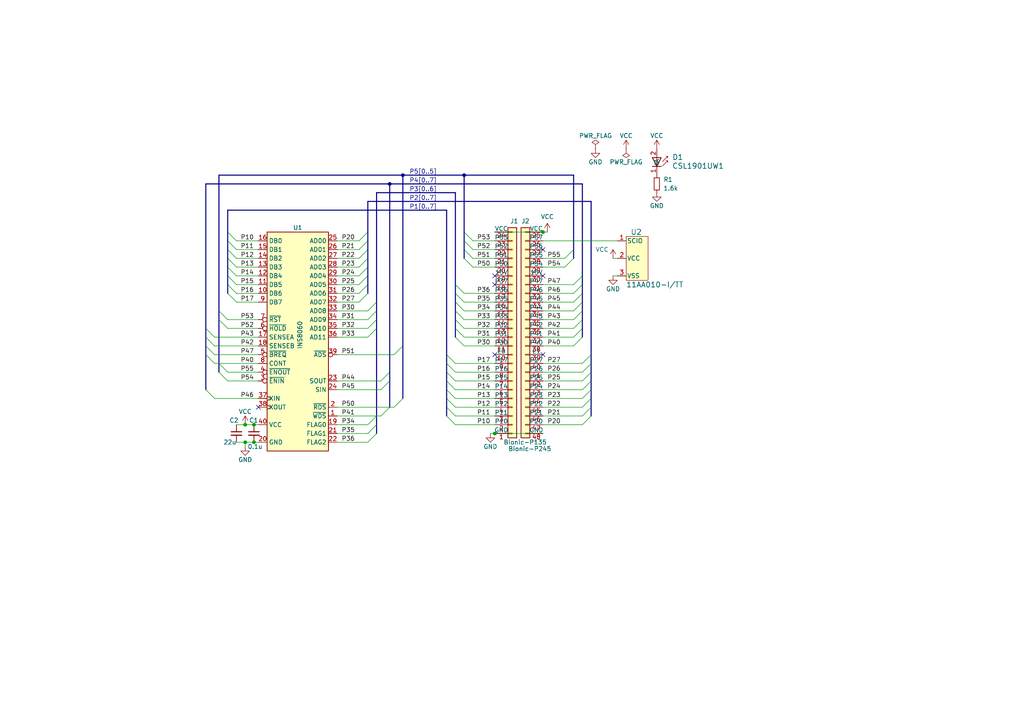
<source format=kicad_sch>
(kicad_sch (version 20230121) (generator eeschema)
  (paper "A4")
  (title_block (title "BionicINS8060") (date "2024-11-01") (rev "6") (company "Tadashi G. Takaoka"))
  (lib_symbols
    (symbol "0-LocalLibrary:11AA010-I_TT" (pin_names (offset 0.254))
      (property "Reference" "U" (at 2.54 1.27 0))
      (property "Value" "11AA010-I/TT" (at 3.81 -13.97 0))
      (symbol "11AA010-I_TT_1_1"
        (rectangle (start 0 0) (end 6.35 -12.7) (fill (type background)))
        (pin bidirectional line (at -2.54 -1.27 0) (length 2.54) (name "SCIO") (number "1"))
        (pin power_in line (at -2.54 -6.35 0) (length 2.54) (name "VCC") (number "2"))
        (pin power_in line (at -2.54 -11.43 0) (length 2.54) (name "VSS") (number "3"))
      )
    )
    (symbol "0-LocalLibrary:Bionic-P135" (pin_names (offset 0))
      (property "Reference" "J" (at 0 30.48 0))
      (property "Value" "Bionic-P135" (at -1.27 -33.02 0))
      (symbol "Bionic-P135_1_1"
        (rectangle (start 0 -30.353) (end -1.27 -30.607) (stroke (width 0.1524)))
        (rectangle (start 0 -27.813) (end -1.27 -28.067) (stroke (width 0.1524)))
        (rectangle (start 0 -25.273) (end -1.27 -25.527) (stroke (width 0.1524)))
        (rectangle (start 0 -22.733) (end -1.27 -22.987) (stroke (width 0.1524)))
        (rectangle (start 0 -20.193) (end -1.27 -20.447) (stroke (width 0.1524)))
        (rectangle (start 0 -17.653) (end -1.27 -17.907) (stroke (width 0.1524)))
        (rectangle (start 0 -15.113) (end -1.27 -15.367) (stroke (width 0.1524)))
        (rectangle (start 0 -12.573) (end -1.27 -12.827) (stroke (width 0.1524)))
        (rectangle (start 0 -10.033) (end -1.27 -10.287) (stroke (width 0.1524)))
        (rectangle (start 0 -7.493) (end -1.27 -7.747) (stroke (width 0.1524)))
        (rectangle (start 0 -4.953) (end -1.27 -5.207) (stroke (width 0.1524)))
        (rectangle (start 0 -2.413) (end -1.27 -2.667) (stroke (width 0.1524)))
        (rectangle (start 0 0.127) (end -1.27 -0.127) (stroke (width 0.1524)))
        (rectangle (start 0 2.667) (end -1.27 2.413) (stroke (width 0.1524)))
        (rectangle (start 0 5.207) (end -1.27 4.953) (stroke (width 0.1524)))
        (rectangle (start 0 7.747) (end -1.27 7.493) (stroke (width 0.1524)))
        (rectangle (start 0 10.287) (end -1.27 10.033) (stroke (width 0.1524)))
        (rectangle (start 0 12.827) (end -1.27 12.573) (stroke (width 0.1524)))
        (rectangle (start 0 15.367) (end -1.27 15.113) (stroke (width 0.1524)))
        (rectangle (start 0 17.907) (end -1.27 17.653) (stroke (width 0.1524)))
        (rectangle (start 0 20.447) (end -1.27 20.193) (stroke (width 0.1524)))
        (rectangle (start 0 22.987) (end -1.27 22.733) (stroke (width 0.1524)))
        (rectangle (start 0 25.527) (end -1.27 25.273) (stroke (width 0.1524)))
        (rectangle (start 0 28.067) (end -1.27 27.813) (stroke (width 0.1524)))
        (rectangle (start 1.27 29.21) (end -1.27 -31.75) (stroke (width 0.254)) (fill (type background)))
        (pin power_in line (at -5.08 -30.48 0) (length 3.81) (name "GND") (number "1"))
        (pin bidirectional line (at -5.08 -7.62 0) (length 3.81) (name "E0") (number "10"))
        (pin bidirectional line (at -5.08 -5.08 0) (length 3.81) (name "P30") (number "11"))
        (pin bidirectional line (at -5.08 -2.54 0) (length 3.81) (name "P31") (number "12"))
        (pin bidirectional line (at -5.08 0 0) (length 3.81) (name "P32") (number "13"))
        (pin bidirectional line (at -5.08 2.54 0) (length 3.81) (name "P33") (number "14"))
        (pin bidirectional line (at -5.08 5.08 0) (length 3.81) (name "P34") (number "15"))
        (pin bidirectional line (at -5.08 7.62 0) (length 3.81) (name "P35") (number "16"))
        (pin bidirectional line (at -5.08 10.16 0) (length 3.81) (name "P36") (number "17"))
        (pin bidirectional line (at -5.08 12.7 0) (length 3.81) (name "P37") (number "18"))
        (pin power_in line (at -5.08 15.24 0) (length 3.81) (name "15V") (number "19"))
        (pin bidirectional line (at -5.08 -27.94 0) (length 3.81) (name "P10") (number "2"))
        (pin bidirectional line (at -5.08 17.78 0) (length 3.81) (name "P50") (number "20"))
        (pin bidirectional line (at -5.08 20.32 0) (length 3.81) (name "P51") (number "21"))
        (pin bidirectional line (at -5.08 22.86 0) (length 3.81) (name "P52") (number "22"))
        (pin bidirectional line (at -5.08 25.4 0) (length 3.81) (name "P53") (number "23"))
        (pin power_in line (at -5.08 27.94 0) (length 3.81) (name "VCC") (number "24"))
        (pin bidirectional line (at -5.08 -25.4 0) (length 3.81) (name "P11") (number "3"))
        (pin bidirectional line (at -5.08 -22.86 0) (length 3.81) (name "P12") (number "4"))
        (pin bidirectional line (at -5.08 -20.32 0) (length 3.81) (name "P13") (number "5"))
        (pin bidirectional line (at -5.08 -17.78 0) (length 3.81) (name "P14") (number "6"))
        (pin bidirectional line (at -5.08 -15.24 0) (length 3.81) (name "P15") (number "7"))
        (pin bidirectional line (at -5.08 -12.7 0) (length 3.81) (name "P16") (number "8"))
        (pin bidirectional line (at -5.08 -10.16 0) (length 3.81) (name "P17") (number "9"))
      )
    )
    (symbol "0-LocalLibrary:Bionic-P245" (pin_names (offset 0))
      (property "Reference" "J" (at -3.81 30.48 0))
      (property "Value" "Bionic-P245" (at -1.27 -33.02 0))
      (symbol "Bionic-P245_1_1"
        (rectangle (start -2.54 -30.607) (end -3.81 -30.353) (stroke (width 0.1524)))
        (rectangle (start -2.54 -28.067) (end -3.81 -27.813) (stroke (width 0.1524)))
        (rectangle (start -2.54 -25.527) (end -3.81 -25.273) (stroke (width 0.1524)))
        (rectangle (start -2.54 -22.987) (end -3.81 -22.733) (stroke (width 0.1524)))
        (rectangle (start -2.54 -20.447) (end -3.81 -20.193) (stroke (width 0.1524)))
        (rectangle (start -2.54 -17.907) (end -3.81 -17.653) (stroke (width 0.1524)))
        (rectangle (start -2.54 -15.367) (end -3.81 -15.113) (stroke (width 0.1524)))
        (rectangle (start -2.54 -12.827) (end -3.81 -12.573) (stroke (width 0.1524)))
        (rectangle (start -2.54 -10.287) (end -3.81 -10.033) (stroke (width 0.1524)))
        (rectangle (start -2.54 -7.747) (end -3.81 -7.493) (stroke (width 0.1524)))
        (rectangle (start -2.54 -5.207) (end -3.81 -4.953) (stroke (width 0.1524)))
        (rectangle (start -2.54 -2.667) (end -3.81 -2.413) (stroke (width 0.1524)))
        (rectangle (start -2.54 -0.127) (end -3.81 0.127) (stroke (width 0.1524)))
        (rectangle (start -2.54 2.413) (end -3.81 2.667) (stroke (width 0.1524)))
        (rectangle (start -2.54 4.953) (end -3.81 5.207) (stroke (width 0.1524)))
        (rectangle (start -2.54 7.493) (end -3.81 7.747) (stroke (width 0.1524)))
        (rectangle (start -2.54 10.033) (end -3.81 10.287) (stroke (width 0.1524)))
        (rectangle (start -2.54 12.573) (end -3.81 12.827) (stroke (width 0.1524)))
        (rectangle (start -2.54 15.113) (end -3.81 15.367) (stroke (width 0.1524)))
        (rectangle (start -2.54 17.653) (end -3.81 17.907) (stroke (width 0.1524)))
        (rectangle (start -2.54 20.193) (end -3.81 20.447) (stroke (width 0.1524)))
        (rectangle (start -2.54 22.733) (end -3.81 22.987) (stroke (width 0.1524)))
        (rectangle (start -2.54 25.273) (end -3.81 25.527) (stroke (width 0.1524)))
        (rectangle (start -2.54 27.813) (end -3.81 28.067) (stroke (width 0.1524)))
        (rectangle (start -2.54 29.21) (end -5.08 -31.75) (stroke (width 0.254)) (fill (type background)))
        (pin power_in line (at 1.27 27.94 180) (length 3.81) (name "VCC") (number "25"))
        (pin bidirectional line (at 1.27 25.4 180) (length 3.81) (name "P57") (number "26"))
        (pin bidirectional line (at 1.27 22.86 180) (length 3.81) (name "P56") (number "27"))
        (pin bidirectional line (at 1.27 20.32 180) (length 3.81) (name "P55") (number "28"))
        (pin bidirectional line (at 1.27 17.78 180) (length 3.81) (name "P54") (number "29"))
        (pin power_in line (at 1.27 15.24 180) (length 3.81) (name "15V") (number "30"))
        (pin bidirectional line (at 1.27 12.7 180) (length 3.81) (name "P47") (number "31"))
        (pin bidirectional line (at 1.27 10.16 180) (length 3.81) (name "P46") (number "32"))
        (pin bidirectional line (at 1.27 7.62 180) (length 3.81) (name "P45") (number "33"))
        (pin bidirectional line (at 1.27 5.08 180) (length 3.81) (name "P44") (number "34"))
        (pin bidirectional line (at 1.27 2.54 180) (length 3.81) (name "P43") (number "35"))
        (pin bidirectional line (at 1.27 0 180) (length 3.81) (name "P42") (number "36"))
        (pin bidirectional line (at 1.27 -2.54 180) (length 3.81) (name "P41") (number "37"))
        (pin bidirectional line (at 1.27 -5.08 180) (length 3.81) (name "P40") (number "38"))
        (pin bidirectional line (at 1.27 -7.62 180) (length 3.81) (name "E1") (number "39"))
        (pin bidirectional line (at 1.27 -10.16 180) (length 3.81) (name "P27") (number "40"))
        (pin bidirectional line (at 1.27 -12.7 180) (length 3.81) (name "P26") (number "41"))
        (pin bidirectional line (at 1.27 -15.24 180) (length 3.81) (name "P25") (number "42"))
        (pin bidirectional line (at 1.27 -17.78 180) (length 3.81) (name "P24") (number "43"))
        (pin bidirectional line (at 1.27 -20.32 180) (length 3.81) (name "P23") (number "44"))
        (pin bidirectional line (at 1.27 -22.86 180) (length 3.81) (name "P22") (number "45"))
        (pin bidirectional line (at 1.27 -25.4 180) (length 3.81) (name "P21") (number "46"))
        (pin bidirectional line (at 1.27 -27.94 180) (length 3.81) (name "P20") (number "47"))
        (pin power_in line (at 1.27 -30.48 180) (length 3.81) (name "GND") (number "48"))
      )
    )
    (symbol "0-LocalLibrary:CSL1901UW1" (pin_names (offset 0.254))
      (property "Reference" "D" (at 3.81 -2.54 0))
      (property "Value" "CSL1901UW1" (at 3.81 -5.08 0))
      (symbol "CSL1901UW1_0_1"
        (polyline (pts (xy 2.159 3.175) (xy 2.667 3.175)))
        (polyline (pts (xy 2.54 0) (xy 5.08 0)))
        (polyline (pts (xy 5.08 1.27) (xy 5.08 -1.27)) (stroke (width 0.254)))
        (polyline (pts (xy 3.683 1.651) (xy 2.159 3.175) (xy 2.159 2.667)))
        (polyline (pts (xy 2.54 -1.27) (xy 5.08 0) (xy 2.54 1.27) (xy 2.54 -1.27)) (stroke (width 0.254)))
        (polyline (pts (xy 4.953 1.651) (xy 3.429 3.175) (xy 3.429 2.667) (xy 3.429 3.175) (xy 3.937 3.175)))
      )
      (symbol "CSL1901UW1_1_1"
        (pin passive line (at 7.62 0 180) (length 2.54) (name "K") (number "1"))
        (pin passive line (at 0 0 0) (length 2.54) (name "A") (number "2"))
      )
      (symbol "CSL1901UW1_1_2"
        (polyline (pts (xy -5.08 7.62) (xy -4.445 8.255)) (stroke (width 0.2032)))
        (polyline (pts (xy -5.08 8.255) (xy -5.08 7.62)) (stroke (width 0.2032)))
        (polyline (pts (xy -4.445 6.35) (xy -3.81 6.985)) (stroke (width 0.2032)))
        (polyline (pts (xy -4.445 8.255) (xy -5.08 8.255)) (stroke (width 0.2032)))
        (polyline (pts (xy -4.445 9.525) (xy -3.81 10.16)) (stroke (width 0.2032)))
        (polyline (pts (xy -4.445 10.16) (xy -4.445 9.525)) (stroke (width 0.2032)))
        (polyline (pts (xy -3.81 6.985) (xy -5.08 8.255)) (stroke (width 0.2032)))
        (polyline (pts (xy -3.81 8.255) (xy -3.175 8.89)) (stroke (width 0.2032)))
        (polyline (pts (xy -3.81 10.16) (xy -4.445 10.16)) (stroke (width 0.2032)))
        (polyline (pts (xy -3.175 5.08) (xy -4.445 6.35)) (stroke (width 0.2032)))
        (polyline (pts (xy -3.175 8.89) (xy -4.445 10.16)) (stroke (width 0.2032)))
        (polyline (pts (xy -2.54 6.985) (xy -3.81 8.255)) (stroke (width 0.2032)))
        (polyline (pts (xy -1.905 3.81) (xy 1.905 3.81)) (stroke (width 0.2032)))
        (polyline (pts (xy 0 2.54) (xy 0 3.4798)) (stroke (width 0.2032)))
        (polyline (pts (xy 0 3.175) (xy 0 3.81)) (stroke (width 0.2032)))
        (polyline (pts (xy 0 6.35) (xy -1.905 3.81)) (stroke (width 0.2032)))
        (polyline (pts (xy 0 6.35) (xy 0 7.62)) (stroke (width 0.2032)))
        (polyline (pts (xy 1.905 3.81) (xy 0 6.35)) (stroke (width 0.2032)))
        (polyline (pts (xy 1.905 6.35) (xy -1.905 6.35)) (stroke (width 0.2032)))
        (pin unspecified line (at 0 10.16 270) (length 2.54) (name "") (number "1"))
        (pin unspecified line (at 0 0 90) (length 2.54) (name "") (number "2"))
      )
    )
    (symbol "0-LocalLibrary:INS8060"
      (property "Reference" "U" (at -1.27 31.75 0))
      (property "Value" "INS8060" (at 0 -3.81 90))
      (symbol "INS8060_0_1"
        (rectangle (start -8.89 -33.02) (end 8.89 30.48) (stroke (width 0.254)) (fill (type background)))
      )
      (symbol "INS8060_1_1"
        (pin output line (at 11.43 -22.86 180) (length 2.54) (name "~{WDS}") (number "1"))
        (pin bidirectional line (at -11.43 12.7 0) (length 2.54) (name "DB6") (number "10"))
        (pin bidirectional line (at -11.43 15.24 0) (length 2.54) (name "DB5") (number "11"))
        (pin bidirectional line (at -11.43 17.78 0) (length 2.54) (name "DB4") (number "12"))
        (pin bidirectional line (at -11.43 20.32 0) (length 2.54) (name "DB3") (number "13"))
        (pin bidirectional line (at -11.43 22.86 0) (length 2.54) (name "DB2") (number "14"))
        (pin bidirectional line (at -11.43 25.4 0) (length 2.54) (name "DB1") (number "15"))
        (pin bidirectional line (at -11.43 27.94 0) (length 2.54) (name "DB0") (number "16"))
        (pin input line (at -11.43 0 0) (length 2.54) (name "SENSEA") (number "17"))
        (pin input line (at -11.43 -2.54 0) (length 2.54) (name "SENSEB") (number "18"))
        (pin output line (at 11.43 -25.4 180) (length 2.54) (name "FLAG0") (number "19"))
        (pin output line (at 11.43 -20.32 180) (length 2.54) (name "~{RDS}") (number "2"))
        (pin power_in line (at -11.43 -30.48 0) (length 2.54) (name "GND") (number "20"))
        (pin output line (at 11.43 -27.94 180) (length 2.54) (name "FLAG1") (number "21"))
        (pin output line (at 11.43 -30.48 180) (length 2.54) (name "FLAG2") (number "22"))
        (pin output line (at 11.43 -12.7 180) (length 2.54) (name "SOUT") (number "23"))
        (pin input line (at 11.43 -15.24 180) (length 2.54) (name "SIN") (number "24"))
        (pin output line (at 11.43 27.94 180) (length 2.54) (name "AD00") (number "25"))
        (pin output line (at 11.43 25.4 180) (length 2.54) (name "AD01") (number "26"))
        (pin output line (at 11.43 22.86 180) (length 2.54) (name "AD02") (number "27"))
        (pin output line (at 11.43 20.32 180) (length 2.54) (name "AD03") (number "28"))
        (pin output line (at 11.43 17.78 180) (length 2.54) (name "AD04") (number "29"))
        (pin input inverted (at -11.43 -12.7 0) (length 2.54) (name "~{ENIN}") (number "3"))
        (pin output line (at 11.43 15.24 180) (length 2.54) (name "AD05") (number "30"))
        (pin output line (at 11.43 12.7 180) (length 2.54) (name "AD06") (number "31"))
        (pin output line (at 11.43 10.16 180) (length 2.54) (name "AD07") (number "32"))
        (pin output line (at 11.43 7.62 180) (length 2.54) (name "AD08") (number "33"))
        (pin output line (at 11.43 5.08 180) (length 2.54) (name "AD09") (number "34"))
        (pin output line (at 11.43 2.54 180) (length 2.54) (name "AD10") (number "35"))
        (pin output line (at 11.43 0 180) (length 2.54) (name "AD11") (number "36"))
        (pin input clock (at -11.43 -17.78 0) (length 2.54) (name "XIN") (number "37"))
        (pin output clock (at -11.43 -20.32 0) (length 2.54) (name "XOUT") (number "38"))
        (pin output inverted (at 11.43 -5.08 180) (length 2.54) (name "~{ADS}") (number "39"))
        (pin output inverted (at -11.43 -10.16 0) (length 2.54) (name "~{ENOUT}") (number "4"))
        (pin power_in line (at -11.43 -25.4 0) (length 2.54) (name "VCC") (number "40"))
        (pin input inverted (at -11.43 -5.08 0) (length 2.54) (name "~{BREQ}") (number "5"))
        (pin input inverted (at -11.43 2.54 0) (length 2.54) (name "~{HOLD}") (number "6"))
        (pin input inverted (at -11.43 5.08 0) (length 2.54) (name "~{RST}") (number "7"))
        (pin input line (at -11.43 -7.62 0) (length 2.54) (name "CONT") (number "8"))
        (pin bidirectional line (at -11.43 10.16 0) (length 2.54) (name "DB7") (number "9"))
      )
    )
    (symbol "Device:C_Small" (pin_numbers hide) (pin_names (offset 0.254) hide)
      (property "Reference" "C" (at 0.254 1.778 0))
      (property "Value" "C_Small" (at 0.254 -2.032 0))
      (symbol "C_Small_0_1"
        (polyline (pts (xy -1.524 -0.508) (xy 1.524 -0.508)) (stroke (width 0.3302)))
        (polyline (pts (xy -1.524 0.508) (xy 1.524 0.508)) (stroke (width 0.3048)))
      )
      (symbol "C_Small_1_1"
        (pin passive line (at 0 2.54 270) (length 2.032) (name "~") (number "1"))
        (pin passive line (at 0 -2.54 90) (length 2.032) (name "~") (number "2"))
      )
    )
    (symbol "Device:R_Small" (pin_numbers hide) (pin_names (offset 0.254) hide)
      (property "Reference" "R" (at 0.762 0.508 0))
      (property "Value" "R_Small" (at 0.762 -1.016 0))
      (symbol "R_Small_0_1"
        (rectangle (start -0.762 1.778) (end 0.762 -1.778) (stroke (width 0.2032)))
      )
      (symbol "R_Small_1_1"
        (pin passive line (at 0 2.54 270) (length 0.762) (name "~") (number "1"))
        (pin passive line (at 0 -2.54 90) (length 0.762) (name "~") (number "2"))
      )
    )
    (symbol "GND_1" (power) (pin_names (offset 0))
      (property "Value" "GND_1" (at 0 -3.81 0))
      (symbol "GND_1_0_1"
        (polyline (pts (xy 0 0) (xy 0 -1.27) (xy 1.27 -1.27) (xy 0 -2.54) (xy -1.27 -1.27) (xy 0 -1.27)))
      )
      (symbol "GND_1_1_1"
        (pin power_in line (at 0 0 270) (length 0) hide (name "GND") (number "1"))
      )
    )
    (symbol "VCC_1" (power) (pin_names (offset 0))
      (property "Value" "VCC_1" (at 0 3.81 0))
      (symbol "VCC_1_0_1"
        (polyline (pts (xy -0.762 1.27) (xy 0 2.54)))
        (polyline (pts (xy 0 0) (xy 0 2.54)))
        (polyline (pts (xy 0 2.54) (xy 0.762 1.27)))
      )
      (symbol "VCC_1_1_1"
        (pin power_in line (at 0 0 90) (length 0) hide (name "VCC") (number "1"))
      )
    )
    (symbol "power:PWR_FLAG" (power) (pin_numbers hide) (pin_names (offset 0) hide)
      (property "Value" "PWR_FLAG" (at 0 3.81 0))
      (symbol "PWR_FLAG_0_0"
        (pin power_out line (at 0 0 90) (length 0) (name "pwr") (number "1"))
      )
      (symbol "PWR_FLAG_0_1"
        (polyline (pts (xy 0 0) (xy 0 1.27) (xy -1.016 1.905) (xy 0 2.54) (xy 1.016 1.905) (xy 0 1.27)))
      )
    )
  )
  (junction (at 73.66 128.27))
  (junction (at 73.66 123.19))
  (junction (at 71.12 128.27))
  (junction (at 143.51 125.73))
  (junction (at 71.12 123.19))
  (junction (at 157.48 67.31))
  (junction (at 134.62 50.8))
  (junction (at 116.84 50.8))
  (junction (at 113.03 53.34))
  (no_connect (at 157.48 80.01))
  (no_connect (at 74.93 118.11))
  (no_connect (at 143.51 82.55))
  (no_connect (at 143.51 80.01))
  (no_connect (at 157.48 72.39))
  (no_connect (at 143.51 102.87))
  (no_connect (at 157.48 102.87))
  (bus_entry (at 134.62 72.39) (size 2.54 2.54))
  (bus_entry (at 132.08 107.95) (size -2.54 -2.54))
  (bus_entry (at 171.45 105.41) (size -2.54 2.54))
  (bus_entry (at 106.68 128.27) (size 2.54 -2.54))
  (bus_entry (at 132.08 95.25) (size 2.54 2.54))
  (bus_entry (at 59.69 100.33) (size 2.54 2.54))
  (bus_entry (at 171.45 110.49) (size -2.54 2.54))
  (bus_entry (at 66.04 77.47) (size 2.54 2.54))
  (bus_entry (at 106.68 80.01) (size -2.54 2.54))
  (bus_entry (at 132.08 105.41) (size -2.54 -2.54))
  (bus_entry (at 106.68 82.55) (size -2.54 2.54))
  (bus_entry (at 132.08 120.65) (size -2.54 -2.54))
  (bus_entry (at 113.03 118.11) (size -2.54 2.54))
  (bus_entry (at 66.04 80.01) (size 2.54 2.54))
  (bus_entry (at 59.69 113.03) (size 2.54 2.54))
  (bus_entry (at 106.68 67.31) (size -2.54 2.54))
  (bus_entry (at 132.08 110.49) (size -2.54 -2.54))
  (bus_entry (at 66.04 85.09) (size 2.54 2.54))
  (bus_entry (at 113.03 110.49) (size -2.54 2.54))
  (bus_entry (at 132.08 90.17) (size 2.54 2.54))
  (bus_entry (at 113.03 107.95) (size -2.54 2.54))
  (bus_entry (at 106.68 69.85) (size -2.54 2.54))
  (bus_entry (at 166.37 100.33) (size 2.54 -2.54))
  (bus_entry (at 166.37 85.09) (size 2.54 -2.54))
  (bus_entry (at 116.84 115.57) (size -2.54 2.54))
  (bus_entry (at 62.23 97.79) (size -2.54 -2.54))
  (bus_entry (at 132.08 82.55) (size 2.54 2.54))
  (bus_entry (at 63.5 105.41) (size 2.54 2.54))
  (bus_entry (at 106.68 125.73) (size 2.54 -2.54))
  (bus_entry (at 106.68 74.93) (size -2.54 2.54))
  (bus_entry (at 116.84 100.33) (size -2.54 2.54))
  (bus_entry (at 134.62 74.93) (size 2.54 2.54))
  (bus_entry (at 171.45 107.95) (size -2.54 2.54))
  (bus_entry (at 171.45 115.57) (size -2.54 2.54))
  (bus_entry (at 63.5 107.95) (size 2.54 2.54))
  (bus_entry (at 166.37 95.25) (size 2.54 -2.54))
  (bus_entry (at 63.5 90.17) (size 2.54 2.54))
  (bus_entry (at 137.16 69.85) (size -2.54 -2.54))
  (bus_entry (at 109.22 95.25) (size -2.54 2.54))
  (bus_entry (at 132.08 92.71) (size 2.54 2.54))
  (bus_entry (at 66.04 74.93) (size 2.54 2.54))
  (bus_entry (at 171.45 120.65) (size -2.54 2.54))
  (bus_entry (at 109.22 92.71) (size -2.54 2.54))
  (bus_entry (at 106.68 72.39) (size -2.54 2.54))
  (bus_entry (at 106.68 123.19) (size 2.54 -2.54))
  (bus_entry (at 132.08 113.03) (size -2.54 -2.54))
  (bus_entry (at 132.08 118.11) (size -2.54 -2.54))
  (bus_entry (at 171.45 118.11) (size -2.54 2.54))
  (bus_entry (at 66.04 69.85) (size 2.54 2.54))
  (bus_entry (at 66.04 82.55) (size 2.54 2.54))
  (bus_entry (at 66.04 67.31) (size 2.54 2.54))
  (bus_entry (at 171.45 113.03) (size -2.54 2.54))
  (bus_entry (at 163.83 77.47) (size 2.54 -2.54))
  (bus_entry (at 106.68 85.09) (size -2.54 2.54))
  (bus_entry (at 166.37 87.63) (size 2.54 -2.54))
  (bus_entry (at 132.08 123.19) (size -2.54 -2.54))
  (bus_entry (at 132.08 85.09) (size 2.54 2.54))
  (bus_entry (at 132.08 87.63) (size 2.54 2.54))
  (bus_entry (at 166.37 82.55) (size 2.54 -2.54))
  (bus_entry (at 109.22 87.63) (size -2.54 2.54))
  (bus_entry (at 106.68 77.47) (size -2.54 2.54))
  (bus_entry (at 132.08 115.57) (size -2.54 -2.54))
  (bus_entry (at 166.37 92.71) (size 2.54 -2.54))
  (bus_entry (at 166.37 90.17) (size 2.54 -2.54))
  (bus_entry (at 63.5 92.71) (size 2.54 2.54))
  (bus_entry (at 59.69 97.79) (size 2.54 2.54))
  (bus_entry (at 163.83 74.93) (size 2.54 -2.54))
  (bus_entry (at 166.37 97.79) (size 2.54 -2.54))
  (bus_entry (at 59.69 102.87) (size 2.54 2.54))
  (bus_entry (at 171.45 102.87) (size -2.54 2.54))
  (bus_entry (at 66.04 72.39) (size 2.54 2.54))
  (bus_entry (at 134.62 69.85) (size 2.54 2.54))
  (bus_entry (at 132.08 97.79) (size 2.54 2.54))
  (bus_entry (at 109.22 90.17) (size -2.54 2.54))
  (bus (pts (xy 171.45 110.49) (xy 171.45 113.03)))
  (wire (pts (xy 143.51 125.73) (xy 157.48 125.73)))
  (wire (pts (xy 97.79 113.03) (xy 110.49 113.03)))
  (bus (pts (xy 132.08 85.09) (xy 132.08 82.55)))
  (bus (pts (xy 63.5 50.8) (xy 116.84 50.8)))
  (wire (pts (xy 132.08 115.57) (xy 143.51 115.57)))
  (bus (pts (xy 106.68 77.47) (xy 106.68 80.01)))
  (wire (pts (xy 62.23 105.41) (xy 63.5 105.41)))
  (bus (pts (xy 63.5 107.95) (xy 63.5 105.41)))
  (wire (pts (xy 97.79 123.19) (xy 106.68 123.19)))
  (wire (pts (xy 132.08 105.41) (xy 143.51 105.41)))
  (bus (pts (xy 134.62 50.8) (xy 166.37 50.8)))
  (bus (pts (xy 134.62 50.8) (xy 134.62 67.31)))
  (bus (pts (xy 106.68 80.01) (xy 106.68 82.55)))
  (wire (pts (xy 157.48 107.95) (xy 168.91 107.95)))
  (wire (pts (xy 132.08 110.49) (xy 143.51 110.49)))
  (bus (pts (xy 106.68 69.85) (xy 106.68 72.39)))
  (wire (pts (xy 132.08 113.03) (xy 143.51 113.03)))
  (bus (pts (xy 116.84 50.8) (xy 134.62 50.8)))
  (bus (pts (xy 66.04 77.47) (xy 66.04 80.01)))
  (wire (pts (xy 97.79 80.01) (xy 104.14 80.01)))
  (wire (pts (xy 157.48 77.47) (xy 163.83 77.47)))
  (bus (pts (xy 106.68 67.31) (xy 106.68 58.42)))
  (wire (pts (xy 97.79 69.85) (xy 104.14 69.85)))
  (wire (pts (xy 134.62 97.79) (xy 143.51 97.79)))
  (wire (pts (xy 142.24 125.73) (xy 143.51 125.73)))
  (bus (pts (xy 132.08 92.71) (xy 132.08 95.25)))
  (wire (pts (xy 157.48 115.57) (xy 168.91 115.57)))
  (bus (pts (xy 59.69 95.25) (xy 59.69 53.34)))
  (bus (pts (xy 106.68 72.39) (xy 106.68 74.93)))
  (bus (pts (xy 129.54 105.41) (xy 129.54 107.95)))
  (bus (pts (xy 168.91 97.79) (xy 168.91 95.25)))
  (wire (pts (xy 68.58 128.27) (xy 71.12 128.27)))
  (wire (pts (xy 157.48 100.33) (xy 166.37 100.33)))
  (wire (pts (xy 66.04 107.95) (xy 74.93 107.95)))
  (wire (pts (xy 62.23 97.79) (xy 74.93 97.79)))
  (wire (pts (xy 114.3 102.87) (xy 97.79 102.87)))
  (bus (pts (xy 59.69 102.87) (xy 59.69 100.33)))
  (wire (pts (xy 97.79 85.09) (xy 104.14 85.09)))
  (wire (pts (xy 132.08 118.11) (xy 143.51 118.11)))
  (wire (pts (xy 97.79 120.65) (xy 109.22 120.65)))
  (wire (pts (xy 97.79 77.47) (xy 104.14 77.47)))
  (bus (pts (xy 129.54 102.87) (xy 129.54 105.41)))
  (wire (pts (xy 134.62 100.33) (xy 143.51 100.33)))
  (wire (pts (xy 62.23 102.87) (xy 74.93 102.87)))
  (wire (pts (xy 68.58 77.47) (xy 74.93 77.47)))
  (wire (pts (xy 157.48 90.17) (xy 166.37 90.17)))
  (wire (pts (xy 134.62 90.17) (xy 143.51 90.17)))
  (wire (pts (xy 73.66 128.27) (xy 71.12 128.27)))
  (bus (pts (xy 59.69 100.33) (xy 59.69 97.79)))
  (wire (pts (xy 137.16 77.47) (xy 143.51 77.47)))
  (bus (pts (xy 66.04 82.55) (xy 66.04 85.09)))
  (bus (pts (xy 171.45 107.95) (xy 171.45 110.49)))
  (wire (pts (xy 157.48 92.71) (xy 166.37 92.71)))
  (bus (pts (xy 116.84 100.33) (xy 116.84 115.57)))
  (bus (pts (xy 66.04 72.39) (xy 66.04 74.93)))
  (wire (pts (xy 97.79 82.55) (xy 104.14 82.55)))
  (wire (pts (xy 132.08 120.65) (xy 143.51 120.65)))
  (bus (pts (xy 134.62 74.93) (xy 134.62 72.39)))
  (bus (pts (xy 106.68 58.42) (xy 171.45 58.42)))
  (wire (pts (xy 143.51 67.31) (xy 157.48 67.31)))
  (bus (pts (xy 166.37 72.39) (xy 166.37 50.8)))
  (wire (pts (xy 71.12 129.54) (xy 71.12 128.27)))
  (wire (pts (xy 179.07 80.01) (xy 177.8 80.01)))
  (bus (pts (xy 132.08 85.09) (xy 132.08 87.63)))
  (wire (pts (xy 179.07 74.93) (xy 177.8 74.93)))
  (bus (pts (xy 106.68 82.55) (xy 106.68 85.09)))
  (wire (pts (xy 137.16 72.39) (xy 143.51 72.39)))
  (bus (pts (xy 171.45 113.03) (xy 171.45 115.57)))
  (wire (pts (xy 68.58 72.39) (xy 74.93 72.39)))
  (bus (pts (xy 59.69 53.34) (xy 113.03 53.34)))
  (wire (pts (xy 157.48 120.65) (xy 168.91 120.65)))
  (wire (pts (xy 134.62 85.09) (xy 143.51 85.09)))
  (bus (pts (xy 109.22 87.63) (xy 109.22 90.17)))
  (bus (pts (xy 134.62 72.39) (xy 134.62 69.85)))
  (wire (pts (xy 157.48 69.85) (xy 179.07 69.85)))
  (wire (pts (xy 157.48 113.03) (xy 168.91 113.03)))
  (bus (pts (xy 171.45 115.57) (xy 171.45 118.11)))
  (wire (pts (xy 137.16 69.85) (xy 143.51 69.85)))
  (wire (pts (xy 157.48 118.11) (xy 168.91 118.11)))
  (wire (pts (xy 157.48 85.09) (xy 166.37 85.09)))
  (wire (pts (xy 97.79 74.93) (xy 104.14 74.93)))
  (wire (pts (xy 157.48 74.93) (xy 163.83 74.93)))
  (bus (pts (xy 113.03 53.34) (xy 113.03 107.95)))
  (bus (pts (xy 66.04 67.31) (xy 66.04 60.96)))
  (bus (pts (xy 109.22 92.71) (xy 109.22 90.17)))
  (bus (pts (xy 168.91 92.71) (xy 168.91 90.17)))
  (wire (pts (xy 73.66 123.19) (xy 71.12 123.19)))
  (bus (pts (xy 106.68 74.93) (xy 106.68 77.47)))
  (wire (pts (xy 62.23 100.33) (xy 74.93 100.33)))
  (wire (pts (xy 66.04 95.25) (xy 74.93 95.25)))
  (wire (pts (xy 97.79 92.71) (xy 106.68 92.71)))
  (bus (pts (xy 134.62 69.85) (xy 134.62 67.31)))
  (wire (pts (xy 132.08 107.95) (xy 143.51 107.95)))
  (wire (pts (xy 66.04 110.49) (xy 74.93 110.49)))
  (wire (pts (xy 132.08 123.19) (xy 143.51 123.19)))
  (bus (pts (xy 109.22 123.19) (xy 109.22 120.65)))
  (bus (pts (xy 66.04 74.93) (xy 66.04 77.47)))
  (bus (pts (xy 109.22 87.63) (xy 109.22 55.88)))
  (bus (pts (xy 132.08 95.25) (xy 132.08 97.79)))
  (bus (pts (xy 132.08 55.88) (xy 132.08 82.55)))
  (wire (pts (xy 157.48 123.19) (xy 168.91 123.19)))
  (wire (pts (xy 97.79 72.39) (xy 104.14 72.39)))
  (wire (pts (xy 157.48 105.41) (xy 168.91 105.41)))
  (wire (pts (xy 97.79 110.49) (xy 110.49 110.49)))
  (bus (pts (xy 129.54 110.49) (xy 129.54 113.03)))
  (wire (pts (xy 157.48 82.55) (xy 166.37 82.55)))
  (bus (pts (xy 129.54 107.95) (xy 129.54 110.49)))
  (wire (pts (xy 97.79 87.63) (xy 104.14 87.63)))
  (bus (pts (xy 59.69 97.79) (xy 59.69 95.25)))
  (bus (pts (xy 132.08 87.63) (xy 132.08 90.17)))
  (wire (pts (xy 68.58 85.09) (xy 74.93 85.09)))
  (bus (pts (xy 66.04 60.96) (xy 129.54 60.96)))
  (bus (pts (xy 109.22 95.25) (xy 109.22 92.71)))
  (wire (pts (xy 134.62 92.71) (xy 143.51 92.71)))
  (wire (pts (xy 73.66 128.27) (xy 74.93 128.27)))
  (bus (pts (xy 109.22 125.73) (xy 109.22 123.19)))
  (bus (pts (xy 113.03 53.34) (xy 168.91 53.34)))
  (wire (pts (xy 66.04 92.71) (xy 74.93 92.71)))
  (bus (pts (xy 129.54 60.96) (xy 129.54 102.87)))
  (wire (pts (xy 157.48 87.63) (xy 166.37 87.63)))
  (bus (pts (xy 171.45 118.11) (xy 171.45 120.65)))
  (wire (pts (xy 158.75 67.31) (xy 157.48 67.31)))
  (bus (pts (xy 63.5 90.17) (xy 63.5 50.8)))
  (wire (pts (xy 134.62 95.25) (xy 143.51 95.25)))
  (wire (pts (xy 157.48 97.79) (xy 166.37 97.79)))
  (wire (pts (xy 137.16 74.93) (xy 143.51 74.93)))
  (wire (pts (xy 68.58 82.55) (xy 74.93 82.55)))
  (bus (pts (xy 113.03 110.49) (xy 113.03 118.11)))
  (bus (pts (xy 129.54 113.03) (xy 129.54 115.57)))
  (wire (pts (xy 97.79 118.11) (xy 113.03 118.11)))
  (wire (pts (xy 63.5 105.41) (xy 74.93 105.41)))
  (bus (pts (xy 109.22 120.65) (xy 109.22 95.25)))
  (bus (pts (xy 63.5 105.41) (xy 63.5 92.71)))
  (wire (pts (xy 68.58 69.85) (xy 74.93 69.85)))
  (wire (pts (xy 68.58 87.63) (xy 74.93 87.63)))
  (bus (pts (xy 168.91 87.63) (xy 168.91 85.09)))
  (bus (pts (xy 66.04 69.85) (xy 66.04 72.39)))
  (bus (pts (xy 66.04 80.01) (xy 66.04 82.55)))
  (bus (pts (xy 166.37 74.93) (xy 166.37 72.39)))
  (bus (pts (xy 168.91 85.09) (xy 168.91 82.55)))
  (bus (pts (xy 66.04 67.31) (xy 66.04 69.85)))
  (bus (pts (xy 168.91 95.25) (xy 168.91 92.71)))
  (bus (pts (xy 168.91 90.17) (xy 168.91 87.63)))
  (bus (pts (xy 63.5 92.71) (xy 63.5 90.17)))
  (wire (pts (xy 157.48 110.49) (xy 168.91 110.49)))
  (bus (pts (xy 116.84 50.8) (xy 116.84 100.33)))
  (bus (pts (xy 168.91 82.55) (xy 168.91 80.01)))
  (bus (pts (xy 171.45 58.42) (xy 171.45 102.87)))
  (wire (pts (xy 97.79 125.73) (xy 106.68 125.73)))
  (wire (pts (xy 113.03 118.11) (xy 114.3 118.11)))
  (bus (pts (xy 59.69 113.03) (xy 59.69 102.87)))
  (bus (pts (xy 171.45 105.41) (xy 171.45 107.95)))
  (bus (pts (xy 132.08 90.17) (xy 132.08 92.71)))
  (wire (pts (xy 97.79 95.25) (xy 106.68 95.25)))
  (wire (pts (xy 62.23 115.57) (xy 74.93 115.57)))
  (wire (pts (xy 68.58 80.01) (xy 74.93 80.01)))
  (wire (pts (xy 68.58 123.19) (xy 71.12 123.19)))
  (wire (pts (xy 109.22 120.65) (xy 110.49 120.65)))
  (wire (pts (xy 97.79 90.17) (xy 106.68 90.17)))
  (wire (pts (xy 97.79 97.79) (xy 106.68 97.79)))
  (bus (pts (xy 109.22 55.88) (xy 132.08 55.88)))
  (bus (pts (xy 113.03 110.49) (xy 113.03 107.95)))
  (bus (pts (xy 171.45 102.87) (xy 171.45 105.41)))
  (bus (pts (xy 129.54 115.57) (xy 129.54 118.11)))
  (wire (pts (xy 157.48 95.25) (xy 166.37 95.25)))
  (wire (pts (xy 68.58 74.93) (xy 74.93 74.93)))
  (bus (pts (xy 129.54 118.11) (xy 129.54 120.65)))
  (wire (pts (xy 73.66 123.19) (xy 74.93 123.19)))
  (wire (pts (xy 97.79 128.27) (xy 106.68 128.27)))
  (bus (pts (xy 168.91 53.34) (xy 168.91 80.01)))
  (wire (pts (xy 134.62 87.63) (xy 143.51 87.63)))
  (bus (pts (xy 106.68 67.31) (xy 106.68 69.85)))
  (label "P43" (at 158.75 92.71 0))
  (label "P17" (at 142.24 105.41 180))
  (label "P24" (at 99.06 80.01 0))
  (label "P31" (at 142.24 97.79 180))
  (label "P40" (at 158.75 100.33 0))
  (label "P35" (at 99.06 125.73 0))
  (label "P13" (at 73.66 77.47 180))
  (label "P1[0..7]" (at 118.745 60.96 0))
  (label "P53" (at 142.24 69.85 180))
  (label "P10" (at 73.66 69.85 180))
  (label "P12" (at 142.24 118.11 180))
  (label "P27" (at 99.06 87.63 0))
  (label "P23" (at 158.75 115.57 0))
  (label "P44" (at 99.06 110.49 0))
  (label "P33" (at 142.24 92.71 180))
  (label "P20" (at 158.75 123.19 0))
  (label "P15" (at 142.24 110.49 180))
  (label "P50" (at 99.06 118.11 0))
  (label "P3[0..6]" (at 118.745 55.88 0))
  (label "P14" (at 73.66 80.01 180))
  (label "P40" (at 73.66 105.41 180))
  (label "P14" (at 142.24 113.03 180))
  (label "P46" (at 158.75 85.09 0))
  (label "P42" (at 73.66 100.33 180))
  (label "P26" (at 99.06 85.09 0))
  (label "P22" (at 99.06 74.93 0))
  (label "P52" (at 73.66 95.25 180))
  (label "P53" (at 73.66 92.71 180))
  (label "P15" (at 73.66 82.55 180))
  (label "P55" (at 158.75 74.93 0))
  (label "P46" (at 73.66 115.57 180))
  (label "P21" (at 158.75 120.65 0))
  (label "P17" (at 73.66 87.63 180))
  (label "P25" (at 158.75 110.49 0))
  (label "P44" (at 158.75 90.17 0))
  (label "P42" (at 158.75 95.25 0))
  (label "P12" (at 73.66 74.93 180))
  (label "P51" (at 99.06 102.87 0))
  (label "P24" (at 158.75 113.03 0))
  (label "P13" (at 142.24 115.57 180))
  (label "P50" (at 142.24 77.47 180))
  (label "P35" (at 142.24 87.63 180))
  (label "P21" (at 99.06 72.39 0))
  (label "P30" (at 99.06 90.17 0))
  (label "P4[0..7]" (at 118.745 53.34 0))
  (label "P41" (at 99.06 120.65 0))
  (label "P2[0..7]" (at 118.745 58.42 0))
  (label "P30" (at 142.24 100.33 180))
  (label "P54" (at 158.75 77.47 0))
  (label "P22" (at 158.75 118.11 0))
  (label "P47" (at 73.66 102.87 180))
  (label "P55" (at 73.66 107.95 180))
  (label "P41" (at 158.75 97.79 0))
  (label "P43" (at 73.66 97.79 180))
  (label "P36" (at 99.06 128.27 0))
  (label "P25" (at 99.06 82.55 0))
  (label "P5[0..5]" (at 118.745 50.8 0))
  (label "P26" (at 158.75 107.95 0))
  (label "P16" (at 142.24 107.95 180))
  (label "P20" (at 99.06 69.85 0))
  (label "P51" (at 142.24 74.93 180))
  (label "P36" (at 142.24 85.09 180))
  (label "P32" (at 142.24 95.25 180))
  (label "P34" (at 99.06 123.19 0))
  (label "P34" (at 142.24 90.17 180))
  (label "P11" (at 73.66 72.39 180))
  (label "P45" (at 158.75 87.63 0))
  (label "P52" (at 142.24 72.39 180))
  (label "P33" (at 99.06 97.79 0))
  (label "P11" (at 142.24 120.65 180))
  (label "P32" (at 99.06 95.25 0))
  (label "P23" (at 99.06 77.47 0))
  (label "P10" (at 142.24 123.19 180))
  (label "P31" (at 99.06 92.71 0))
  (label "P16" (at 73.66 85.09 180))
  (label "P27" (at 158.75 105.41 0))
  (label "P45" (at 99.06 113.03 0))
  (label "P47" (at 158.75 82.55 0))
  (label "P54" (at 73.66 110.49 180))
  (symbol (lib_id "Device:C_Small") (at 73.66 125.73 0) (mirror y) (unit 1)
    (property "Reference" "C1" (at 74.93 121.92 0) (effects (justify left)))
    (property "Value" "0.1u" (at 76.2 129.54 0) (effects (justify left)))
    (property "Footprint" "Capacitor_SMD:C_0603_1608Metric_Pad1.08x0.95mm_HandSolder" (effects hide))
  )
  (symbol (lib_id "0-LocalLibrary:INS8060") (at 86.36 97.79 0) (unit 1)
    (property "Reference" "U1" (at 86.36 66.04 0))
    (property "Value" "INS8060" (at 86.995 97.155 90))
    (property "Footprint" "0-LocalLibrary:DIP-40_W15.24mm_Socket" (effects hide))
    (property "Datasheet" "https://datasheetspdf.com/pdf-file/506175/NationalSemiconductor/INS8060/1" (effects hide))
  )
  (symbol (lib_id "0-LocalLibrary:Bionic-P245") (at 156.21 95.25 0) (unit 1)
    (property "Reference" "J2" (at 152.4 64.135 0))
    (property "Value" "Bionic-P245" (at 153.67 130.175 0))
    (property "Footprint" "0-LocalLibrary:Bionic-P245_Vertical" (effects hide))
  )
  (symbol (lib_name "VCC_1") (lib_id "power:VCC") (at 158.75 67.31 0) (unit 1)
    (property "Reference" "#PWR08" (effects hide))
    (property "Value" "VCC" (at 158.75 62.865 0))
  )
  (symbol (lib_name "GND_1") (lib_id "power:GND") (at 142.24 125.73 0) (unit 1)
    (property "Reference" "#PWR02" (effects hide))
    (property "Value" "GND" (at 142.24 129.54 0))
  )
  (symbol (lib_name "VCC_1") (lib_id "power:VCC") (at 190.5 43.18 0) (unit 1)
    (property "Reference" "#PWR06" (effects hide))
    (property "Value" "VCC" (at 190.5 39.37 0))
  )
  (symbol (lib_name "VCC_1") (lib_id "power:VCC") (at 181.61 43.18 0) (unit 1)
    (property "Reference" "#PWR04" (effects hide))
    (property "Value" "VCC" (at 181.61 39.37 0))
  )
  (symbol (lib_id "0-LocalLibrary:Bionic-P135") (at 148.59 95.25 0) (unit 1)
    (property "Reference" "J1" (at 147.955 64.135 0) (effects (justify left)))
    (property "Value" "Bionic-P135" (at 146.05 128.27 0) (effects (justify left)))
    (property "Footprint" "0-LocalLibrary:Bionic-P135_Vertical" (effects hide))
  )
  (symbol (lib_name "VCC_1") (lib_id "power:VCC") (at 71.12 123.19 0) (unit 1)
    (property "Reference" "#PWR09" (effects hide))
    (property "Value" "VCC" (at 71.12 119.38 0))
  )
  (symbol (lib_id "0-LocalLibrary:CSL1901UW1") (at 190.5 43.18 270) (unit 1)
    (property "Reference" "D1" (at 194.945 45.593 90) (effects (font (size 1.524 1.524)) (justify left)))
    (property "Value" "CSL1901UW1" (at 194.945 48.133 90) (effects (font (size 1.524 1.524)) (justify left)))
    (property "Footprint" "0-LocalLibrary:LED_CSL1901UW1_ROM" (effects hide))
    (property "Datasheet" "https://fscdn.rohm.com/en/products/databook/datasheet/opto/led/chip_mono/csl1901uw1-e.pdf" (effects hide))
  )
  (symbol (lib_name "GND_1") (lib_id "power:GND") (at 172.72 43.18 0) (unit 1)
    (property "Reference" "#PWR01" (effects hide))
    (property "Value" "GND" (at 172.72 46.99 0))
  )
  (symbol (lib_name "VCC_1") (lib_id "power:VCC") (at 177.8 74.93 0) (unit 1)
    (property "Reference" "#PWR010" (effects hide))
    (property "Value" "VCC" (at 174.625 72.39 0))
  )
  (symbol (lib_id "0-LocalLibrary:11AA010-I_TT") (at 181.61 68.58 0) (unit 1)
    (property "Reference" "U2" (at 182.88 67.31 0) (effects (font (size 1.524 1.524)) (justify left)))
    (property "Value" "11AA010-I/TT" (at 181.61 82.55 0) (effects (font (size 1.524 1.524)) (justify left)))
    (property "Footprint" "0-LocalLibrary:SOT-23_MC_MCH-M" (effects hide))
    (property "Datasheet" "11AA010-I/TO" (effects hide))
  )
  (symbol (lib_id "power:PWR_FLAG") (at 181.61 43.18 180) (unit 1)
    (property "Reference" "#FLG02" (effects hide))
    (property "Value" "PWR_FLAG" (at 181.61 46.99 0))
  )
  (symbol (lib_id "Device:C_Small") (at 68.58 125.73 0) (mirror y) (unit 1)
    (property "Reference" "C2" (at 69.215 121.92 0) (effects (justify left)))
    (property "Value" "22u" (at 68.58 128.27 0) (effects (justify left)))
    (property "Footprint" "Capacitor_SMD:C_0603_1608Metric_Pad1.08x0.95mm_HandSolder" (effects hide))
  )
  (symbol (lib_name "GND_1") (lib_id "power:GND") (at 71.12 129.54 0) (unit 1)
    (property "Reference" "#PWR05" (effects hide))
    (property "Value" "GND" (at 71.12 133.35 0))
  )
  (symbol (lib_name "GND_1") (lib_id "power:GND") (at 177.8 80.01 0) (unit 1)
    (property "Reference" "#PWR07" (effects hide))
    (property "Value" "GND" (at 177.8 83.82 0))
  )
  (symbol (lib_id "power:PWR_FLAG") (at 172.72 43.18 0) (unit 1)
    (property "Reference" "#FLG01" (effects hide))
    (property "Value" "PWR_FLAG" (at 172.72 39.37 0))
  )
  (symbol (lib_id "Device:R_Small") (at 190.5 53.34 0) (unit 1)
    (property "Reference" "R1" (at 192.405 52.07 0) (effects (justify left)))
    (property "Value" "1.6k" (at 192.405 54.61 0) (effects (justify left)))
    (property "Footprint" "Resistor_SMD:R_0603_1608Metric_Pad0.98x0.95mm_HandSolder" (effects hide))
  )
  (symbol (lib_name "GND_1") (lib_id "power:GND") (at 190.5 55.88 0) (unit 1)
    (property "Reference" "#PWR03" (effects hide))
    (property "Value" "GND" (at 190.5 59.69 0))
  )
)
</source>
